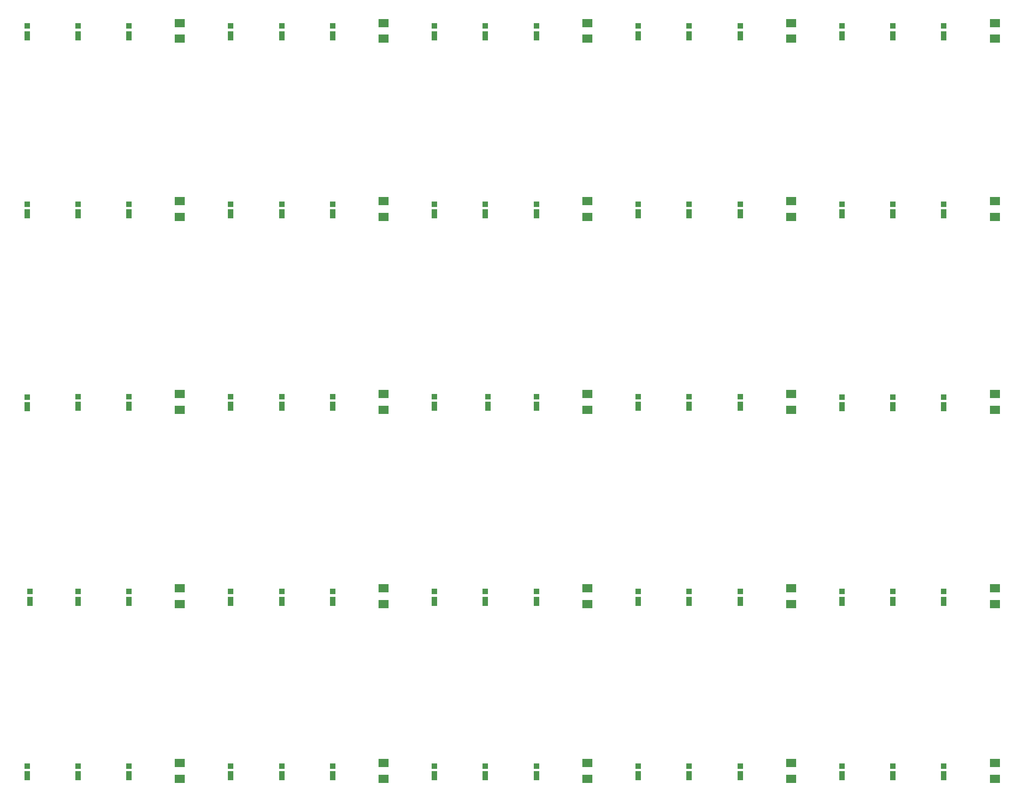
<source format=gtp>
G04*
G04 #@! TF.GenerationSoftware,Altium Limited,Altium Designer,21.9.1 (22)*
G04*
G04 Layer_Color=8421504*
%FSLAX25Y25*%
%MOIN*%
G70*
G04*
G04 #@! TF.SameCoordinates,A70FD659-B22A-45BA-B102-ADB4057F9A3D*
G04*
G04*
G04 #@! TF.FilePolarity,Positive*
G04*
G01*
G75*
%ADD12R,0.03937X0.03937*%
%ADD13R,0.03937X0.06693*%
%ADD14R,0.07480X0.06102*%
D12*
X308008Y1062067D02*
D03*
X270606D02*
D03*
X121000D02*
D03*
X158402D02*
D03*
X195803D02*
D03*
X345409D02*
D03*
X794228D02*
D03*
X644622D02*
D03*
X457614D02*
D03*
X420213D02*
D03*
X719425D02*
D03*
X569819D02*
D03*
X495016D02*
D03*
X607221D02*
D03*
X756827D02*
D03*
X121000Y931327D02*
D03*
X195803D02*
D03*
X158402D02*
D03*
X308008D02*
D03*
X270606D02*
D03*
X345409D02*
D03*
X719425D02*
D03*
X644622D02*
D03*
X607221D02*
D03*
X756827D02*
D03*
X794228D02*
D03*
X569819D02*
D03*
X420213D02*
D03*
X457614D02*
D03*
X495016D02*
D03*
X794228Y518642D02*
D03*
X756827D02*
D03*
X719425D02*
D03*
X644622D02*
D03*
X607221D02*
D03*
X569819D02*
D03*
X495016D02*
D03*
X457614D02*
D03*
X420213D02*
D03*
X345409D02*
D03*
X308008D02*
D03*
X270606D02*
D03*
X195803D02*
D03*
X158402D02*
D03*
X121000D02*
D03*
X794228Y646787D02*
D03*
X756827D02*
D03*
X719425D02*
D03*
X644622D02*
D03*
X607221D02*
D03*
X569819D02*
D03*
X495016D02*
D03*
X457614D02*
D03*
X420213D02*
D03*
X345409D02*
D03*
X308008D02*
D03*
X270606D02*
D03*
X195803D02*
D03*
X158402D02*
D03*
X122957D02*
D03*
X794228Y789504D02*
D03*
X756827D02*
D03*
X719425D02*
D03*
X644622Y789898D02*
D03*
X607221D02*
D03*
X569819D02*
D03*
X495016D02*
D03*
X459583D02*
D03*
X420213D02*
D03*
X345409D02*
D03*
X308008D02*
D03*
X270606D02*
D03*
X195803D02*
D03*
X158402D02*
D03*
X121000Y789504D02*
D03*
D13*
X308008Y1054980D02*
D03*
X270606D02*
D03*
X121000D02*
D03*
X158402D02*
D03*
X195803D02*
D03*
X345409D02*
D03*
X794228D02*
D03*
X644622D02*
D03*
X457614D02*
D03*
X420213D02*
D03*
X719425D02*
D03*
X569819D02*
D03*
X495016D02*
D03*
X607221D02*
D03*
X756827D02*
D03*
X121000Y924240D02*
D03*
X195803D02*
D03*
X158402D02*
D03*
X308008D02*
D03*
X270606D02*
D03*
X345409D02*
D03*
X719425D02*
D03*
X644622D02*
D03*
X607221D02*
D03*
X756827D02*
D03*
X794228D02*
D03*
X569819D02*
D03*
X420213D02*
D03*
X457614D02*
D03*
X495016D02*
D03*
X794228Y511555D02*
D03*
X756827D02*
D03*
X719425D02*
D03*
X644622D02*
D03*
X607221D02*
D03*
X569819D02*
D03*
X495016D02*
D03*
X457614D02*
D03*
X420213D02*
D03*
X345409D02*
D03*
X308008D02*
D03*
X270606D02*
D03*
X195803D02*
D03*
X158402D02*
D03*
X121000D02*
D03*
X794228Y639701D02*
D03*
X756827D02*
D03*
X719425D02*
D03*
X644622D02*
D03*
X607221D02*
D03*
X569819D02*
D03*
X495016D02*
D03*
X457614D02*
D03*
X420213D02*
D03*
X345409D02*
D03*
X308008D02*
D03*
X270606D02*
D03*
X195803D02*
D03*
X158402D02*
D03*
X122957D02*
D03*
X794228Y782417D02*
D03*
X756827D02*
D03*
X719425D02*
D03*
X644622Y782811D02*
D03*
X607221D02*
D03*
X569819D02*
D03*
X495016D02*
D03*
X459583D02*
D03*
X420213D02*
D03*
X345409D02*
D03*
X308008D02*
D03*
X270606D02*
D03*
X195803D02*
D03*
X158402D02*
D03*
X121000Y782417D02*
D03*
D14*
X233205Y1052717D02*
D03*
Y1064331D02*
D03*
X831630Y1052717D02*
D03*
Y1064331D02*
D03*
X382811Y1052717D02*
D03*
Y1064331D02*
D03*
X682024Y1052717D02*
D03*
Y1064331D02*
D03*
X532417Y1052717D02*
D03*
Y1064331D02*
D03*
X233205Y921976D02*
D03*
Y933591D02*
D03*
X831630Y921976D02*
D03*
Y933591D02*
D03*
X532417Y921976D02*
D03*
Y933591D02*
D03*
X382811Y921976D02*
D03*
Y933591D02*
D03*
X682024Y921976D02*
D03*
Y933591D02*
D03*
X831630Y509291D02*
D03*
Y520905D02*
D03*
X682024Y509291D02*
D03*
Y520905D02*
D03*
X532417Y509291D02*
D03*
Y520905D02*
D03*
X382811Y509291D02*
D03*
Y520905D02*
D03*
X233205Y509291D02*
D03*
Y520905D02*
D03*
X831630Y637437D02*
D03*
Y649051D02*
D03*
X682024Y637437D02*
D03*
Y649051D02*
D03*
X532417Y637437D02*
D03*
Y649051D02*
D03*
X382811Y637437D02*
D03*
Y649051D02*
D03*
X233205Y637437D02*
D03*
Y649051D02*
D03*
X831630Y780154D02*
D03*
Y791768D02*
D03*
X682024Y780154D02*
D03*
Y791768D02*
D03*
X532417Y780154D02*
D03*
Y791768D02*
D03*
X382811Y780154D02*
D03*
Y791768D02*
D03*
X233205Y780154D02*
D03*
Y791768D02*
D03*
M02*

</source>
